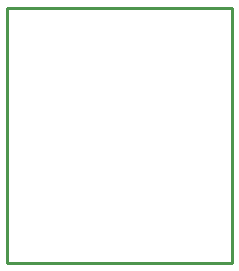
<source format=gbr>
G04 start of page 4 for group 2 idx 2 *
G04 Title: (unknown), outline *
G04 Creator: pcb 4.0.2 *
G04 CreationDate: Mon Jan 25 18:06:35 2021 UTC *
G04 For: ndholmes *
G04 Format: Gerber/RS-274X *
G04 PCB-Dimensions (mil): 950.00 1050.00 *
G04 PCB-Coordinate-Origin: lower left *
%MOIN*%
%FSLAX25Y25*%
%LNOUTLINE*%
%ADD22C,0.0100*%
G54D22*X10000Y95000D02*X85000D01*
Y10000D01*
X10000D01*
Y95000D01*
M02*

</source>
